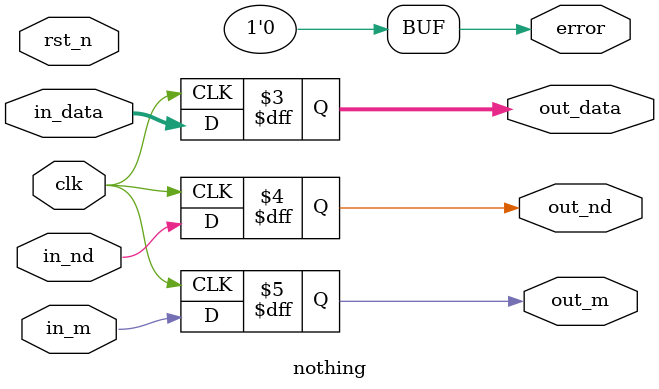
<source format=v>

module nothing
  #(
    parameter WDTH = 32,
    parameter MWDTH = 1
    )
   (
    input wire                   clk,
    input wire                   rst_n,
    input wire [WDTH-1:0]        in_data,
    input wire                   in_nd,
    input wire [MWDTH-1:0]       in_m, 
    output reg [WDTH-1:0]        out_data,
    output reg                   out_nd,
    output reg [MWDTH-1:0]       out_m,
    `ifdef DEBUG
    output reg                   error,
    output wire [`MSG_WIDTH-1:0] msg,
    output wire                  msg_nd
    `else
    output reg                   error
    `endif
    );

   `ifdef DEBUG

   reg [WDTH*2-1:0]        full_msg;
   reg                     full_msg_nd;
   wire                    msg_error;

   message_slicer #(2, WDTH, 8, 3) message_slicer_0
     (.clk(clk),
      .rst_n(rst_n),
      .in_data(full_msg),
      .in_nd(full_msg_nd),
      .out_data(msg),
      .out_nd(msg_nd),
      .error(msg_error)
      );
   
   initial
     begin
        full_msg_nd <= 1'b0;
     end

   always @ (posedge clk)
     begin
        if (msg_nd)
          //$display("Message out is %d", msg);
        error <= msg_error;
     end
   `endif

   initial
     error <= 1'b0;

   `ifdef DEBUG
   wire signed [WDTH/2-1:0] original_i;
   wire signed [WDTH/2-1:0] original_q;
   wire signed [WDTH/2-2:0] shifted_i;
   wire signed [WDTH/2-2:0] shifted_q;
   assign original_i = in_data[WDTH-1 :WDTH/2];
   assign original_q = in_data[WDTH/2-1 :0];
   assign shifted_i = original_i >> 1;
   assign shifted_q = original_q >> 1;
   `endif
                              
   always @ (posedge clk)
     begin
   `ifdef DEBUG
        if (out_nd)
          begin
             full_msg_nd <= ~full_msg_nd;
             // format is {header, length excluding header, format code, module key, error key}
             // format code is always 0 for now.
             full_msg <= {1'b1, `MSG_LENGTH_WIDTH'd1, `MSG_FORMATCODE_WIDTH'd0, `MSG_MODULECODE_WIDTH'd0, `MSG_ERRORCODE_WIDTH'd0, 2'b0, shifted_i, shifted_q};
          end
   `endif
        out_data <= in_data;
        out_m <= in_m;
        out_nd <= in_nd;
     end
   
endmodule
</source>
